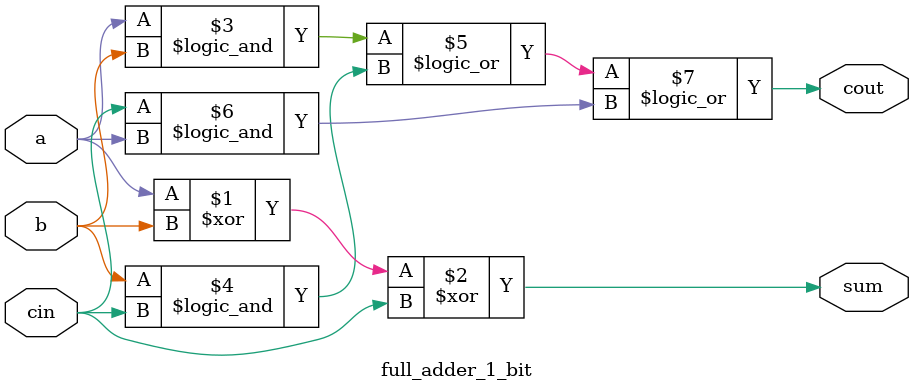
<source format=v>
`timescale 1ns / 1ns


module full_adder_1_bit(
    input a,
    input b,
    input cin,
    output sum,
    output cout
    );
    
    assign sum = (a ^ b ^ cin);
    assign cout = (a && b) || (b && cin) || (cin && a);
endmodule

</source>
